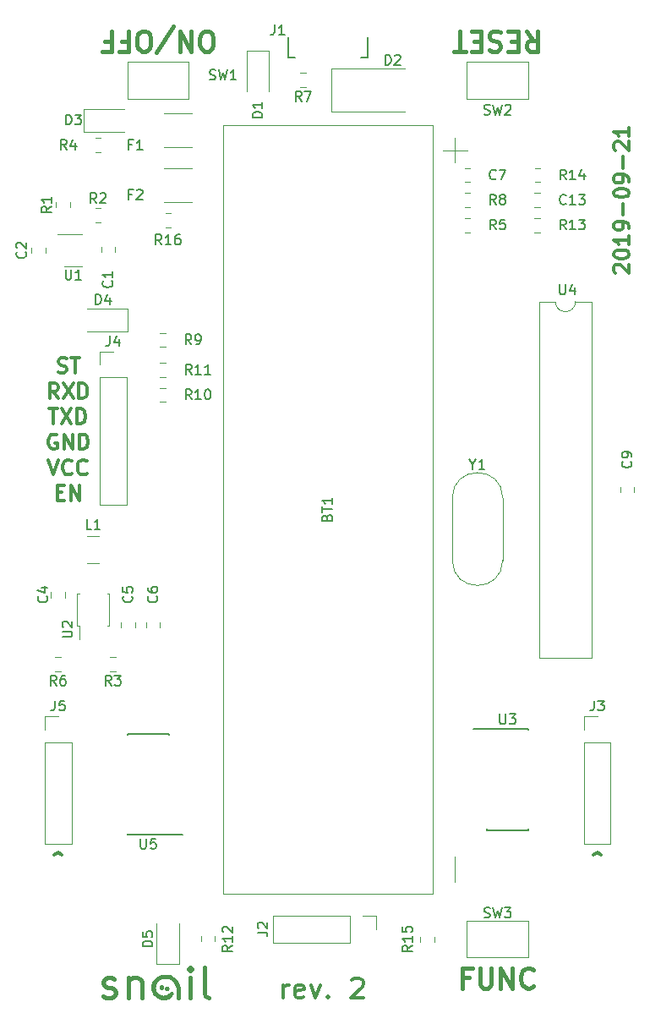
<source format=gto>
G04 #@! TF.GenerationSoftware,KiCad,Pcbnew,5.0.2-bee76a0~70~ubuntu18.04.1*
G04 #@! TF.CreationDate,2019-09-22T19:21:34+02:00*
G04 #@! TF.ProjectId,snail,736e6169-6c2e-46b6-9963-61645f706362,rev?*
G04 #@! TF.SameCoordinates,Original*
G04 #@! TF.FileFunction,Legend,Top*
G04 #@! TF.FilePolarity,Positive*
%FSLAX46Y46*%
G04 Gerber Fmt 4.6, Leading zero omitted, Abs format (unit mm)*
G04 Created by KiCad (PCBNEW 5.0.2-bee76a0~70~ubuntu18.04.1) date nie, 22 wrz 2019, 19:21:34*
%MOMM*%
%LPD*%
G01*
G04 APERTURE LIST*
%ADD10C,0.300000*%
%ADD11C,0.400000*%
%ADD12C,0.120000*%
%ADD13C,0.150000*%
%ADD14C,0.000400*%
%ADD15C,0.160000*%
G04 APERTURE END LIST*
D10*
X43000000Y-51232142D02*
X43214285Y-51303571D01*
X43571428Y-51303571D01*
X43714285Y-51232142D01*
X43785714Y-51160714D01*
X43857142Y-51017857D01*
X43857142Y-50875000D01*
X43785714Y-50732142D01*
X43714285Y-50660714D01*
X43571428Y-50589285D01*
X43285714Y-50517857D01*
X43142857Y-50446428D01*
X43071428Y-50375000D01*
X43000000Y-50232142D01*
X43000000Y-50089285D01*
X43071428Y-49946428D01*
X43142857Y-49875000D01*
X43285714Y-49803571D01*
X43642857Y-49803571D01*
X43857142Y-49875000D01*
X44285714Y-49803571D02*
X45142857Y-49803571D01*
X44714285Y-51303571D02*
X44714285Y-49803571D01*
X43000000Y-53853571D02*
X42500000Y-53139285D01*
X42142857Y-53853571D02*
X42142857Y-52353571D01*
X42714285Y-52353571D01*
X42857142Y-52425000D01*
X42928571Y-52496428D01*
X43000000Y-52639285D01*
X43000000Y-52853571D01*
X42928571Y-52996428D01*
X42857142Y-53067857D01*
X42714285Y-53139285D01*
X42142857Y-53139285D01*
X43500000Y-52353571D02*
X44500000Y-53853571D01*
X44500000Y-52353571D02*
X43500000Y-53853571D01*
X45071428Y-53853571D02*
X45071428Y-52353571D01*
X45428571Y-52353571D01*
X45642857Y-52425000D01*
X45785714Y-52567857D01*
X45857142Y-52710714D01*
X45928571Y-52996428D01*
X45928571Y-53210714D01*
X45857142Y-53496428D01*
X45785714Y-53639285D01*
X45642857Y-53782142D01*
X45428571Y-53853571D01*
X45071428Y-53853571D01*
X42107142Y-54903571D02*
X42964285Y-54903571D01*
X42535714Y-56403571D02*
X42535714Y-54903571D01*
X43321428Y-54903571D02*
X44321428Y-56403571D01*
X44321428Y-54903571D02*
X43321428Y-56403571D01*
X44892857Y-56403571D02*
X44892857Y-54903571D01*
X45250000Y-54903571D01*
X45464285Y-54975000D01*
X45607142Y-55117857D01*
X45678571Y-55260714D01*
X45750000Y-55546428D01*
X45750000Y-55760714D01*
X45678571Y-56046428D01*
X45607142Y-56189285D01*
X45464285Y-56332142D01*
X45250000Y-56403571D01*
X44892857Y-56403571D01*
X42857142Y-57525000D02*
X42714285Y-57453571D01*
X42500000Y-57453571D01*
X42285714Y-57525000D01*
X42142857Y-57667857D01*
X42071428Y-57810714D01*
X42000000Y-58096428D01*
X42000000Y-58310714D01*
X42071428Y-58596428D01*
X42142857Y-58739285D01*
X42285714Y-58882142D01*
X42500000Y-58953571D01*
X42642857Y-58953571D01*
X42857142Y-58882142D01*
X42928571Y-58810714D01*
X42928571Y-58310714D01*
X42642857Y-58310714D01*
X43571428Y-58953571D02*
X43571428Y-57453571D01*
X44428571Y-58953571D01*
X44428571Y-57453571D01*
X45142857Y-58953571D02*
X45142857Y-57453571D01*
X45500000Y-57453571D01*
X45714285Y-57525000D01*
X45857142Y-57667857D01*
X45928571Y-57810714D01*
X46000000Y-58096428D01*
X46000000Y-58310714D01*
X45928571Y-58596428D01*
X45857142Y-58739285D01*
X45714285Y-58882142D01*
X45500000Y-58953571D01*
X45142857Y-58953571D01*
X42000000Y-60003571D02*
X42500000Y-61503571D01*
X43000000Y-60003571D01*
X44357142Y-61360714D02*
X44285714Y-61432142D01*
X44071428Y-61503571D01*
X43928571Y-61503571D01*
X43714285Y-61432142D01*
X43571428Y-61289285D01*
X43500000Y-61146428D01*
X43428571Y-60860714D01*
X43428571Y-60646428D01*
X43500000Y-60360714D01*
X43571428Y-60217857D01*
X43714285Y-60075000D01*
X43928571Y-60003571D01*
X44071428Y-60003571D01*
X44285714Y-60075000D01*
X44357142Y-60146428D01*
X45857142Y-61360714D02*
X45785714Y-61432142D01*
X45571428Y-61503571D01*
X45428571Y-61503571D01*
X45214285Y-61432142D01*
X45071428Y-61289285D01*
X45000000Y-61146428D01*
X44928571Y-60860714D01*
X44928571Y-60646428D01*
X45000000Y-60360714D01*
X45071428Y-60217857D01*
X45214285Y-60075000D01*
X45428571Y-60003571D01*
X45571428Y-60003571D01*
X45785714Y-60075000D01*
X45857142Y-60146428D01*
X42892857Y-63267857D02*
X43392857Y-63267857D01*
X43607142Y-64053571D02*
X42892857Y-64053571D01*
X42892857Y-62553571D01*
X43607142Y-62553571D01*
X44250000Y-64053571D02*
X44250000Y-62553571D01*
X45107142Y-64053571D01*
X45107142Y-62553571D01*
X96619047Y-99595238D02*
X97000000Y-99309523D01*
X97380952Y-99595238D01*
X42619047Y-99595238D02*
X43000000Y-99309523D01*
X43380952Y-99595238D01*
X98821428Y-41285714D02*
X98750000Y-41214285D01*
X98678571Y-41071428D01*
X98678571Y-40714285D01*
X98750000Y-40571428D01*
X98821428Y-40500000D01*
X98964285Y-40428571D01*
X99107142Y-40428571D01*
X99321428Y-40500000D01*
X100178571Y-41357142D01*
X100178571Y-40428571D01*
X98678571Y-39500000D02*
X98678571Y-39357142D01*
X98750000Y-39214285D01*
X98821428Y-39142857D01*
X98964285Y-39071428D01*
X99250000Y-39000000D01*
X99607142Y-39000000D01*
X99892857Y-39071428D01*
X100035714Y-39142857D01*
X100107142Y-39214285D01*
X100178571Y-39357142D01*
X100178571Y-39500000D01*
X100107142Y-39642857D01*
X100035714Y-39714285D01*
X99892857Y-39785714D01*
X99607142Y-39857142D01*
X99250000Y-39857142D01*
X98964285Y-39785714D01*
X98821428Y-39714285D01*
X98750000Y-39642857D01*
X98678571Y-39500000D01*
X100178571Y-37571428D02*
X100178571Y-38428571D01*
X100178571Y-38000000D02*
X98678571Y-38000000D01*
X98892857Y-38142857D01*
X99035714Y-38285714D01*
X99107142Y-38428571D01*
X100178571Y-36857142D02*
X100178571Y-36571428D01*
X100107142Y-36428571D01*
X100035714Y-36357142D01*
X99821428Y-36214285D01*
X99535714Y-36142857D01*
X98964285Y-36142857D01*
X98821428Y-36214285D01*
X98750000Y-36285714D01*
X98678571Y-36428571D01*
X98678571Y-36714285D01*
X98750000Y-36857142D01*
X98821428Y-36928571D01*
X98964285Y-37000000D01*
X99321428Y-37000000D01*
X99464285Y-36928571D01*
X99535714Y-36857142D01*
X99607142Y-36714285D01*
X99607142Y-36428571D01*
X99535714Y-36285714D01*
X99464285Y-36214285D01*
X99321428Y-36142857D01*
X99607142Y-35500000D02*
X99607142Y-34357142D01*
X98678571Y-33357142D02*
X98678571Y-33214285D01*
X98750000Y-33071428D01*
X98821428Y-33000000D01*
X98964285Y-32928571D01*
X99250000Y-32857142D01*
X99607142Y-32857142D01*
X99892857Y-32928571D01*
X100035714Y-33000000D01*
X100107142Y-33071428D01*
X100178571Y-33214285D01*
X100178571Y-33357142D01*
X100107142Y-33500000D01*
X100035714Y-33571428D01*
X99892857Y-33642857D01*
X99607142Y-33714285D01*
X99250000Y-33714285D01*
X98964285Y-33642857D01*
X98821428Y-33571428D01*
X98750000Y-33500000D01*
X98678571Y-33357142D01*
X100178571Y-32142857D02*
X100178571Y-31857142D01*
X100107142Y-31714285D01*
X100035714Y-31642857D01*
X99821428Y-31500000D01*
X99535714Y-31428571D01*
X98964285Y-31428571D01*
X98821428Y-31500000D01*
X98750000Y-31571428D01*
X98678571Y-31714285D01*
X98678571Y-32000000D01*
X98750000Y-32142857D01*
X98821428Y-32214285D01*
X98964285Y-32285714D01*
X99321428Y-32285714D01*
X99464285Y-32214285D01*
X99535714Y-32142857D01*
X99607142Y-32000000D01*
X99607142Y-31714285D01*
X99535714Y-31571428D01*
X99464285Y-31500000D01*
X99321428Y-31428571D01*
X99607142Y-30785714D02*
X99607142Y-29642857D01*
X98821428Y-29000000D02*
X98750000Y-28928571D01*
X98678571Y-28785714D01*
X98678571Y-28428571D01*
X98750000Y-28285714D01*
X98821428Y-28214285D01*
X98964285Y-28142857D01*
X99107142Y-28142857D01*
X99321428Y-28214285D01*
X100178571Y-29071428D01*
X100178571Y-28142857D01*
X100178571Y-26714285D02*
X100178571Y-27571428D01*
X100178571Y-27142857D02*
X98678571Y-27142857D01*
X98892857Y-27285714D01*
X99035714Y-27428571D01*
X99107142Y-27571428D01*
X65547619Y-113904761D02*
X65547619Y-112571428D01*
X65547619Y-112952380D02*
X65642857Y-112761904D01*
X65738095Y-112666666D01*
X65928571Y-112571428D01*
X66119047Y-112571428D01*
X67547619Y-113809523D02*
X67357142Y-113904761D01*
X66976190Y-113904761D01*
X66785714Y-113809523D01*
X66690476Y-113619047D01*
X66690476Y-112857142D01*
X66785714Y-112666666D01*
X66976190Y-112571428D01*
X67357142Y-112571428D01*
X67547619Y-112666666D01*
X67642857Y-112857142D01*
X67642857Y-113047619D01*
X66690476Y-113238095D01*
X68309523Y-112571428D02*
X68785714Y-113904761D01*
X69261904Y-112571428D01*
X70023809Y-113714285D02*
X70119047Y-113809523D01*
X70023809Y-113904761D01*
X69928571Y-113809523D01*
X70023809Y-113714285D01*
X70023809Y-113904761D01*
X72404761Y-112095238D02*
X72500000Y-112000000D01*
X72690476Y-111904761D01*
X73166666Y-111904761D01*
X73357142Y-112000000D01*
X73452380Y-112095238D01*
X73547619Y-112285714D01*
X73547619Y-112476190D01*
X73452380Y-112761904D01*
X72309523Y-113904761D01*
X73547619Y-113904761D01*
D11*
X56214285Y-113857142D02*
X56214285Y-111857142D01*
X56214285Y-110857142D02*
X56071428Y-111000000D01*
X56214285Y-111142857D01*
X56357142Y-111000000D01*
X56214285Y-110857142D01*
X56214285Y-111142857D01*
X58071428Y-113857142D02*
X57785714Y-113714285D01*
X57642857Y-113428571D01*
X57642857Y-110857142D01*
X47500000Y-113714285D02*
X47785714Y-113857142D01*
X48357142Y-113857142D01*
X48642857Y-113714285D01*
X48785714Y-113428571D01*
X48785714Y-113285714D01*
X48642857Y-113000000D01*
X48357142Y-112857142D01*
X47928571Y-112857142D01*
X47642857Y-112714285D01*
X47500000Y-112428571D01*
X47500000Y-112285714D01*
X47642857Y-112000000D01*
X47928571Y-111857142D01*
X48357142Y-111857142D01*
X48642857Y-112000000D01*
X50071428Y-111857142D02*
X50071428Y-113857142D01*
X50071428Y-112142857D02*
X50214285Y-112000000D01*
X50500000Y-111857142D01*
X50928571Y-111857142D01*
X51214285Y-112000000D01*
X51357142Y-112285714D01*
X51357142Y-113857142D01*
X58047619Y-19095238D02*
X57666666Y-19095238D01*
X57476190Y-19000000D01*
X57285714Y-18809523D01*
X57190476Y-18428571D01*
X57190476Y-17761904D01*
X57285714Y-17380952D01*
X57476190Y-17190476D01*
X57666666Y-17095238D01*
X58047619Y-17095238D01*
X58238095Y-17190476D01*
X58428571Y-17380952D01*
X58523809Y-17761904D01*
X58523809Y-18428571D01*
X58428571Y-18809523D01*
X58238095Y-19000000D01*
X58047619Y-19095238D01*
X56333333Y-17095238D02*
X56333333Y-19095238D01*
X55190476Y-17095238D01*
X55190476Y-19095238D01*
X52809523Y-19190476D02*
X54523809Y-16619047D01*
X51761904Y-19095238D02*
X51380952Y-19095238D01*
X51190476Y-19000000D01*
X51000000Y-18809523D01*
X50904761Y-18428571D01*
X50904761Y-17761904D01*
X51000000Y-17380952D01*
X51190476Y-17190476D01*
X51380952Y-17095238D01*
X51761904Y-17095238D01*
X51952380Y-17190476D01*
X52142857Y-17380952D01*
X52238095Y-17761904D01*
X52238095Y-18428571D01*
X52142857Y-18809523D01*
X51952380Y-19000000D01*
X51761904Y-19095238D01*
X49380952Y-18142857D02*
X50047619Y-18142857D01*
X50047619Y-17095238D02*
X50047619Y-19095238D01*
X49095238Y-19095238D01*
X47666666Y-18142857D02*
X48333333Y-18142857D01*
X48333333Y-17095238D02*
X48333333Y-19095238D01*
X47380952Y-19095238D01*
X89904761Y-17095238D02*
X90571428Y-18047619D01*
X91047619Y-17095238D02*
X91047619Y-19095238D01*
X90285714Y-19095238D01*
X90095238Y-19000000D01*
X90000000Y-18904761D01*
X89904761Y-18714285D01*
X89904761Y-18428571D01*
X90000000Y-18238095D01*
X90095238Y-18142857D01*
X90285714Y-18047619D01*
X91047619Y-18047619D01*
X89047619Y-18142857D02*
X88380952Y-18142857D01*
X88095238Y-17095238D02*
X89047619Y-17095238D01*
X89047619Y-19095238D01*
X88095238Y-19095238D01*
X87333333Y-17190476D02*
X87047619Y-17095238D01*
X86571428Y-17095238D01*
X86380952Y-17190476D01*
X86285714Y-17285714D01*
X86190476Y-17476190D01*
X86190476Y-17666666D01*
X86285714Y-17857142D01*
X86380952Y-17952380D01*
X86571428Y-18047619D01*
X86952380Y-18142857D01*
X87142857Y-18238095D01*
X87238095Y-18333333D01*
X87333333Y-18523809D01*
X87333333Y-18714285D01*
X87238095Y-18904761D01*
X87142857Y-19000000D01*
X86952380Y-19095238D01*
X86476190Y-19095238D01*
X86190476Y-19000000D01*
X85333333Y-18142857D02*
X84666666Y-18142857D01*
X84380952Y-17095238D02*
X85333333Y-17095238D01*
X85333333Y-19095238D01*
X84380952Y-19095238D01*
X83809523Y-19095238D02*
X82666666Y-19095238D01*
X83238095Y-17095238D02*
X83238095Y-19095238D01*
X84190476Y-111857142D02*
X83523809Y-111857142D01*
X83523809Y-112904761D02*
X83523809Y-110904761D01*
X84476190Y-110904761D01*
X85238095Y-110904761D02*
X85238095Y-112523809D01*
X85333333Y-112714285D01*
X85428571Y-112809523D01*
X85619047Y-112904761D01*
X86000000Y-112904761D01*
X86190476Y-112809523D01*
X86285714Y-112714285D01*
X86380952Y-112523809D01*
X86380952Y-110904761D01*
X87333333Y-112904761D02*
X87333333Y-110904761D01*
X88476190Y-112904761D01*
X88476190Y-110904761D01*
X90571428Y-112714285D02*
X90476190Y-112809523D01*
X90190476Y-112904761D01*
X90000000Y-112904761D01*
X89714285Y-112809523D01*
X89523809Y-112619047D01*
X89428571Y-112428571D01*
X89333333Y-112047619D01*
X89333333Y-111761904D01*
X89428571Y-111380952D01*
X89523809Y-111190476D01*
X89714285Y-111000000D01*
X90000000Y-110904761D01*
X90190476Y-110904761D01*
X90476190Y-111000000D01*
X90571428Y-111095238D01*
D12*
G04 #@! TO.C,BT1*
X82750000Y-99750000D02*
X82750000Y-102250000D01*
X59500000Y-26500000D02*
X80500000Y-26500000D01*
X59500000Y-103500000D02*
X59500000Y-26500000D01*
X80500000Y-103500000D02*
X59500000Y-103500000D01*
X80500000Y-103500000D02*
X80500000Y-26500000D01*
X82750000Y-27750000D02*
X82750000Y-30250000D01*
X81500000Y-29000000D02*
X84000000Y-29000000D01*
G04 #@! TO.C,SW2*
X90060000Y-20150000D02*
X90060000Y-23850000D01*
X83940000Y-20150000D02*
X90060000Y-20150000D01*
X83940000Y-23850000D02*
X83940000Y-20150000D01*
X90060000Y-23850000D02*
X83940000Y-23850000D01*
G04 #@! TO.C,F2*
X53613748Y-34210000D02*
X56386252Y-34210000D01*
X53613748Y-30790000D02*
X56386252Y-30790000D01*
G04 #@! TO.C,C1*
X48710000Y-39236252D02*
X48710000Y-38713748D01*
X47290000Y-39236252D02*
X47290000Y-38713748D01*
G04 #@! TO.C,C4*
X42290000Y-73263748D02*
X42290000Y-73786252D01*
X43710000Y-73263748D02*
X43710000Y-73786252D01*
G04 #@! TO.C,C5*
X50710000Y-76786252D02*
X50710000Y-76263748D01*
X49290000Y-76786252D02*
X49290000Y-76263748D01*
G04 #@! TO.C,C6*
X53210000Y-76786252D02*
X53210000Y-76263748D01*
X51790000Y-76786252D02*
X51790000Y-76263748D01*
G04 #@! TO.C,C7*
X83713748Y-32210000D02*
X84236252Y-32210000D01*
X83713748Y-30790000D02*
X84236252Y-30790000D01*
G04 #@! TO.C,C9*
X99290000Y-62713748D02*
X99290000Y-63236252D01*
X100710000Y-62713748D02*
X100710000Y-63236252D01*
G04 #@! TO.C,C13*
X90713748Y-34710000D02*
X91236252Y-34710000D01*
X90713748Y-33290000D02*
X91236252Y-33290000D01*
G04 #@! TO.C,D1*
X61865000Y-19052500D02*
X61865000Y-23112500D01*
X64135000Y-19052500D02*
X61865000Y-19052500D01*
X64135000Y-23112500D02*
X64135000Y-19052500D01*
G04 #@! TO.C,D2*
X70400000Y-20850000D02*
X70400000Y-25150000D01*
X70400000Y-25150000D02*
X77700000Y-25150000D01*
X70400000Y-20850000D02*
X77700000Y-20850000D01*
G04 #@! TO.C,D3*
X45527500Y-27135000D02*
X49587500Y-27135000D01*
X45527500Y-24865000D02*
X45527500Y-27135000D01*
X49587500Y-24865000D02*
X45527500Y-24865000D01*
G04 #@! TO.C,D4*
X49947500Y-44865000D02*
X45887500Y-44865000D01*
X49947500Y-47135000D02*
X49947500Y-44865000D01*
X45887500Y-47135000D02*
X49947500Y-47135000D01*
G04 #@! TO.C,D5*
X55135000Y-110472500D02*
X55135000Y-106412500D01*
X52865000Y-110472500D02*
X55135000Y-110472500D01*
X52865000Y-106412500D02*
X52865000Y-110472500D01*
G04 #@! TO.C,F1*
X53613748Y-28710000D02*
X56386252Y-28710000D01*
X53613748Y-25290000D02*
X56386252Y-25290000D01*
G04 #@! TO.C,J2*
X74830000Y-105670000D02*
X74830000Y-107000000D01*
X73500000Y-105670000D02*
X74830000Y-105670000D01*
X72230000Y-105670000D02*
X72230000Y-108330000D01*
X72230000Y-108330000D02*
X64550000Y-108330000D01*
X72230000Y-105670000D02*
X64550000Y-105670000D01*
X64550000Y-105670000D02*
X64550000Y-108330000D01*
G04 #@! TO.C,J3*
X95670000Y-85670000D02*
X97000000Y-85670000D01*
X95670000Y-87000000D02*
X95670000Y-85670000D01*
X95670000Y-88270000D02*
X98330000Y-88270000D01*
X98330000Y-88270000D02*
X98330000Y-98490000D01*
X95670000Y-88270000D02*
X95670000Y-98490000D01*
X95670000Y-98490000D02*
X98330000Y-98490000D01*
G04 #@! TO.C,J4*
X47170000Y-49170000D02*
X48500000Y-49170000D01*
X47170000Y-50500000D02*
X47170000Y-49170000D01*
X47170000Y-51770000D02*
X49830000Y-51770000D01*
X49830000Y-51770000D02*
X49830000Y-64530000D01*
X47170000Y-51770000D02*
X47170000Y-64530000D01*
X47170000Y-64530000D02*
X49830000Y-64530000D01*
G04 #@! TO.C,J5*
X41670000Y-85670000D02*
X43000000Y-85670000D01*
X41670000Y-87000000D02*
X41670000Y-85670000D01*
X41670000Y-88270000D02*
X44330000Y-88270000D01*
X44330000Y-88270000D02*
X44330000Y-98490000D01*
X41670000Y-88270000D02*
X41670000Y-98490000D01*
X41670000Y-98490000D02*
X44330000Y-98490000D01*
G04 #@! TO.C,L1*
X47114564Y-67640000D02*
X45910436Y-67640000D01*
X47114564Y-70360000D02*
X45910436Y-70360000D01*
G04 #@! TO.C,R1*
X44210000Y-34736252D02*
X44210000Y-34213748D01*
X42790000Y-34736252D02*
X42790000Y-34213748D01*
G04 #@! TO.C,R2*
X46738748Y-36210000D02*
X47261252Y-36210000D01*
X46738748Y-34790000D02*
X47261252Y-34790000D01*
G04 #@! TO.C,R3*
X48736252Y-79790000D02*
X48213748Y-79790000D01*
X48736252Y-81210000D02*
X48213748Y-81210000D01*
G04 #@! TO.C,R4*
X47236252Y-27790000D02*
X46713748Y-27790000D01*
X47236252Y-29210000D02*
X46713748Y-29210000D01*
G04 #@! TO.C,R5*
X83713748Y-37210000D02*
X84236252Y-37210000D01*
X83713748Y-35790000D02*
X84236252Y-35790000D01*
G04 #@! TO.C,R6*
X43236252Y-79790000D02*
X42713748Y-79790000D01*
X43236252Y-81210000D02*
X42713748Y-81210000D01*
G04 #@! TO.C,R7*
X67786252Y-21290000D02*
X67263748Y-21290000D01*
X67786252Y-22710000D02*
X67263748Y-22710000D01*
G04 #@! TO.C,R8*
X84236252Y-33290000D02*
X83713748Y-33290000D01*
X84236252Y-34710000D02*
X83713748Y-34710000D01*
G04 #@! TO.C,R9*
X53736252Y-47290000D02*
X53213748Y-47290000D01*
X53736252Y-48710000D02*
X53213748Y-48710000D01*
G04 #@! TO.C,R10*
X53213748Y-54210000D02*
X53736252Y-54210000D01*
X53213748Y-52790000D02*
X53736252Y-52790000D01*
G04 #@! TO.C,R11*
X53736252Y-50290000D02*
X53213748Y-50290000D01*
X53736252Y-51710000D02*
X53213748Y-51710000D01*
G04 #@! TO.C,R12*
X57290000Y-107713748D02*
X57290000Y-108236252D01*
X58710000Y-107713748D02*
X58710000Y-108236252D01*
G04 #@! TO.C,R13*
X90713748Y-37210000D02*
X91236252Y-37210000D01*
X90713748Y-35790000D02*
X91236252Y-35790000D01*
G04 #@! TO.C,R14*
X90738748Y-32210000D02*
X91261252Y-32210000D01*
X90738748Y-30790000D02*
X91261252Y-30790000D01*
G04 #@! TO.C,R15*
X79290000Y-107738748D02*
X79290000Y-108261252D01*
X80710000Y-107738748D02*
X80710000Y-108261252D01*
G04 #@! TO.C,SW1*
X49940000Y-23850000D02*
X49940000Y-20150000D01*
X56060000Y-23850000D02*
X49940000Y-23850000D01*
X56060000Y-20150000D02*
X56060000Y-23850000D01*
X49940000Y-20150000D02*
X56060000Y-20150000D01*
G04 #@! TO.C,SW3*
X83940000Y-109850000D02*
X83940000Y-106150000D01*
X90060000Y-109850000D02*
X83940000Y-109850000D01*
X90060000Y-106150000D02*
X90060000Y-109850000D01*
X83940000Y-106150000D02*
X90060000Y-106150000D01*
G04 #@! TO.C,U1*
X45400000Y-37390000D02*
X42950000Y-37390000D01*
X43600000Y-40610000D02*
X45400000Y-40610000D01*
D13*
G04 #@! TO.C,U3*
X85925000Y-86950000D02*
X84550000Y-86950000D01*
X85925000Y-97075000D02*
X90075000Y-97075000D01*
X85925000Y-86925000D02*
X90075000Y-86925000D01*
X85925000Y-97075000D02*
X85925000Y-96970000D01*
X90075000Y-97075000D02*
X90075000Y-96970000D01*
X90075000Y-86925000D02*
X90075000Y-87030000D01*
X85925000Y-86925000D02*
X85925000Y-86950000D01*
D12*
G04 #@! TO.C,U4*
X96460000Y-44170000D02*
X94810000Y-44170000D01*
X96460000Y-79850000D02*
X96460000Y-44170000D01*
X91160000Y-79850000D02*
X96460000Y-79850000D01*
X91160000Y-44170000D02*
X91160000Y-79850000D01*
X92810000Y-44170000D02*
X91160000Y-44170000D01*
X94810000Y-44170000D02*
G75*
G02X92810000Y-44170000I-1000000J0D01*
G01*
D13*
G04 #@! TO.C,U5*
X54075000Y-97550000D02*
X55450000Y-97550000D01*
X54075000Y-87425000D02*
X49925000Y-87425000D01*
X54075000Y-97575000D02*
X49925000Y-97575000D01*
X54075000Y-87425000D02*
X54075000Y-87530000D01*
X49925000Y-87425000D02*
X49925000Y-87530000D01*
X49925000Y-97575000D02*
X49925000Y-97470000D01*
X54075000Y-97575000D02*
X54075000Y-97550000D01*
D12*
G04 #@! TO.C,Y1*
X82475000Y-70065000D02*
G75*
G03X87525000Y-70065000I2525000J0D01*
G01*
X82475000Y-63815000D02*
G75*
G02X87525000Y-63815000I2525000J0D01*
G01*
X82475000Y-63815000D02*
X82475000Y-70065000D01*
X87525000Y-63815000D02*
X87525000Y-70065000D01*
G04 #@! TO.C,U2*
X48110000Y-73390000D02*
X47910000Y-73390000D01*
X44890000Y-73390000D02*
X45090000Y-73390000D01*
X45090000Y-76610000D02*
X45090000Y-78000000D01*
X44890000Y-76610000D02*
X45090000Y-76610000D01*
X44890000Y-76610000D02*
X44890000Y-73390000D01*
X48110000Y-76610000D02*
X47910000Y-76610000D01*
X48110000Y-76610000D02*
X48110000Y-73390000D01*
D13*
G04 #@! TO.C,J1*
X74000000Y-19700000D02*
X74000000Y-17700000D01*
X74000000Y-19700000D02*
X73300000Y-19700000D01*
X66000000Y-19700000D02*
X66700000Y-19700000D01*
X66000000Y-19700000D02*
X66000000Y-17700000D01*
D12*
G04 #@! TO.C,C2*
X40290000Y-39286252D02*
X40290000Y-38763748D01*
X41710000Y-39286252D02*
X41710000Y-38763748D01*
G04 #@! TO.C,R16*
X54286252Y-36710000D02*
X53763748Y-36710000D01*
X54286252Y-35290000D02*
X53763748Y-35290000D01*
D14*
G04 #@! TO.C,G\002A\002A\002A*
G36*
X53435017Y-112636259D02*
X53479569Y-112673354D01*
X53525206Y-112728396D01*
X53544128Y-112780986D01*
X53546000Y-112809815D01*
X53528521Y-112885372D01*
X53482371Y-112948601D01*
X53416978Y-112993181D01*
X53341770Y-113012796D01*
X53266175Y-113001128D01*
X53262692Y-112999670D01*
X53193485Y-112950507D01*
X53154286Y-112877047D01*
X53145462Y-112808423D01*
X53150550Y-112746271D01*
X53171781Y-112702266D01*
X53209270Y-112663936D01*
X53285106Y-112615654D01*
X53360508Y-112606434D01*
X53435017Y-112636259D01*
X53435017Y-112636259D01*
G37*
X53435017Y-112636259D02*
X53479569Y-112673354D01*
X53525206Y-112728396D01*
X53544128Y-112780986D01*
X53546000Y-112809815D01*
X53528521Y-112885372D01*
X53482371Y-112948601D01*
X53416978Y-112993181D01*
X53341770Y-113012796D01*
X53266175Y-113001128D01*
X53262692Y-112999670D01*
X53193485Y-112950507D01*
X53154286Y-112877047D01*
X53145462Y-112808423D01*
X53150550Y-112746271D01*
X53171781Y-112702266D01*
X53209270Y-112663936D01*
X53285106Y-112615654D01*
X53360508Y-112606434D01*
X53435017Y-112636259D01*
G36*
X53955759Y-112768779D02*
X54019695Y-112813288D01*
X54055980Y-112884820D01*
X54063769Y-112950893D01*
X54058990Y-113013209D01*
X54038885Y-113056829D01*
X53999961Y-113096987D01*
X53924125Y-113145269D01*
X53848723Y-113154489D01*
X53774214Y-113124664D01*
X53729662Y-113087569D01*
X53676168Y-113013825D01*
X53661711Y-112938910D01*
X53686304Y-112863282D01*
X53720243Y-112817270D01*
X53764065Y-112775692D01*
X53808554Y-112757315D01*
X53866338Y-112753462D01*
X53955759Y-112768779D01*
X53955759Y-112768779D01*
G37*
X53955759Y-112768779D02*
X54019695Y-112813288D01*
X54055980Y-112884820D01*
X54063769Y-112950893D01*
X54058990Y-113013209D01*
X54038885Y-113056829D01*
X53999961Y-113096987D01*
X53924125Y-113145269D01*
X53848723Y-113154489D01*
X53774214Y-113124664D01*
X53729662Y-113087569D01*
X53676168Y-113013825D01*
X53661711Y-112938910D01*
X53686304Y-112863282D01*
X53720243Y-112817270D01*
X53764065Y-112775692D01*
X53808554Y-112757315D01*
X53866338Y-112753462D01*
X53955759Y-112768779D01*
G36*
X53951478Y-111567188D02*
X54027846Y-111580877D01*
X54180808Y-111624828D01*
X54338895Y-111688019D01*
X54484605Y-111762960D01*
X54550269Y-111804497D01*
X54712490Y-111938343D01*
X54858294Y-112103175D01*
X54983606Y-112292900D01*
X55084349Y-112501427D01*
X55151342Y-112702791D01*
X55163664Y-112754704D01*
X55173471Y-112810169D01*
X55181173Y-112874911D01*
X55187181Y-112954650D01*
X55191905Y-113055110D01*
X55195756Y-113182013D01*
X55199144Y-113341081D01*
X55199828Y-113378692D01*
X55202556Y-113547854D01*
X55203613Y-113682386D01*
X55202339Y-113786721D01*
X55198077Y-113865292D01*
X55190167Y-113922533D01*
X55177950Y-113962877D01*
X55160767Y-113990759D01*
X55137959Y-114010610D01*
X55108867Y-114026865D01*
X55103066Y-114029678D01*
X55046752Y-114045360D01*
X54986250Y-114034608D01*
X54953309Y-114022602D01*
X54926957Y-114007861D01*
X54906353Y-113986143D01*
X54890655Y-113953210D01*
X54879021Y-113904819D01*
X54870611Y-113836732D01*
X54864583Y-113744707D01*
X54860094Y-113624504D01*
X54856305Y-113471882D01*
X54854138Y-113368923D01*
X54850554Y-113204145D01*
X54847048Y-113073145D01*
X54843190Y-112970627D01*
X54838548Y-112891298D01*
X54832690Y-112829860D01*
X54825184Y-112781020D01*
X54815600Y-112739481D01*
X54803505Y-112699949D01*
X54798415Y-112685077D01*
X54709512Y-112485020D01*
X54592148Y-112310000D01*
X54448685Y-112162118D01*
X54281483Y-112043473D01*
X54092904Y-111956166D01*
X53927000Y-111910043D01*
X53735856Y-111890594D01*
X53544841Y-111908063D01*
X53359291Y-111960642D01*
X53184541Y-112046520D01*
X53025928Y-112163888D01*
X52946166Y-112242669D01*
X52833083Y-112391517D01*
X52754745Y-112548686D01*
X52709919Y-112710075D01*
X52697374Y-112871583D01*
X52715878Y-113029110D01*
X52764198Y-113178554D01*
X52841101Y-113315814D01*
X52945357Y-113436791D01*
X53075731Y-113537382D01*
X53230993Y-113613487D01*
X53370102Y-113653532D01*
X53536373Y-113669776D01*
X53699616Y-113648172D01*
X53860871Y-113588381D01*
X54021181Y-113490065D01*
X54119665Y-113410401D01*
X54184125Y-113356720D01*
X54243089Y-113313268D01*
X54286891Y-113286971D01*
X54297572Y-113282911D01*
X54371244Y-113281910D01*
X54434084Y-113312381D01*
X54478616Y-113366864D01*
X54497360Y-113437896D01*
X54494367Y-113479248D01*
X54480111Y-113521575D01*
X54449741Y-113569564D01*
X54398414Y-113629688D01*
X54327309Y-113702481D01*
X54158345Y-113845775D01*
X53979891Y-113951247D01*
X53792129Y-114018832D01*
X53595242Y-114048466D01*
X53389411Y-114040083D01*
X53379923Y-114038808D01*
X53167834Y-113991397D01*
X52972916Y-113911448D01*
X52798524Y-113801299D01*
X52648010Y-113663284D01*
X52524726Y-113499741D01*
X52473319Y-113407060D01*
X52393235Y-113203868D01*
X52350032Y-112997436D01*
X52342118Y-112791372D01*
X52367902Y-112589287D01*
X52425793Y-112394792D01*
X52514201Y-112211496D01*
X52631533Y-112043010D01*
X52776198Y-111892944D01*
X52946606Y-111764907D01*
X53141166Y-111662511D01*
X53262280Y-111616995D01*
X53419363Y-111578945D01*
X53596818Y-111557478D01*
X53779304Y-111553318D01*
X53951478Y-111567188D01*
X53951478Y-111567188D01*
G37*
X53951478Y-111567188D02*
X54027846Y-111580877D01*
X54180808Y-111624828D01*
X54338895Y-111688019D01*
X54484605Y-111762960D01*
X54550269Y-111804497D01*
X54712490Y-111938343D01*
X54858294Y-112103175D01*
X54983606Y-112292900D01*
X55084349Y-112501427D01*
X55151342Y-112702791D01*
X55163664Y-112754704D01*
X55173471Y-112810169D01*
X55181173Y-112874911D01*
X55187181Y-112954650D01*
X55191905Y-113055110D01*
X55195756Y-113182013D01*
X55199144Y-113341081D01*
X55199828Y-113378692D01*
X55202556Y-113547854D01*
X55203613Y-113682386D01*
X55202339Y-113786721D01*
X55198077Y-113865292D01*
X55190167Y-113922533D01*
X55177950Y-113962877D01*
X55160767Y-113990759D01*
X55137959Y-114010610D01*
X55108867Y-114026865D01*
X55103066Y-114029678D01*
X55046752Y-114045360D01*
X54986250Y-114034608D01*
X54953309Y-114022602D01*
X54926957Y-114007861D01*
X54906353Y-113986143D01*
X54890655Y-113953210D01*
X54879021Y-113904819D01*
X54870611Y-113836732D01*
X54864583Y-113744707D01*
X54860094Y-113624504D01*
X54856305Y-113471882D01*
X54854138Y-113368923D01*
X54850554Y-113204145D01*
X54847048Y-113073145D01*
X54843190Y-112970627D01*
X54838548Y-112891298D01*
X54832690Y-112829860D01*
X54825184Y-112781020D01*
X54815600Y-112739481D01*
X54803505Y-112699949D01*
X54798415Y-112685077D01*
X54709512Y-112485020D01*
X54592148Y-112310000D01*
X54448685Y-112162118D01*
X54281483Y-112043473D01*
X54092904Y-111956166D01*
X53927000Y-111910043D01*
X53735856Y-111890594D01*
X53544841Y-111908063D01*
X53359291Y-111960642D01*
X53184541Y-112046520D01*
X53025928Y-112163888D01*
X52946166Y-112242669D01*
X52833083Y-112391517D01*
X52754745Y-112548686D01*
X52709919Y-112710075D01*
X52697374Y-112871583D01*
X52715878Y-113029110D01*
X52764198Y-113178554D01*
X52841101Y-113315814D01*
X52945357Y-113436791D01*
X53075731Y-113537382D01*
X53230993Y-113613487D01*
X53370102Y-113653532D01*
X53536373Y-113669776D01*
X53699616Y-113648172D01*
X53860871Y-113588381D01*
X54021181Y-113490065D01*
X54119665Y-113410401D01*
X54184125Y-113356720D01*
X54243089Y-113313268D01*
X54286891Y-113286971D01*
X54297572Y-113282911D01*
X54371244Y-113281910D01*
X54434084Y-113312381D01*
X54478616Y-113366864D01*
X54497360Y-113437896D01*
X54494367Y-113479248D01*
X54480111Y-113521575D01*
X54449741Y-113569564D01*
X54398414Y-113629688D01*
X54327309Y-113702481D01*
X54158345Y-113845775D01*
X53979891Y-113951247D01*
X53792129Y-114018832D01*
X53595242Y-114048466D01*
X53389411Y-114040083D01*
X53379923Y-114038808D01*
X53167834Y-113991397D01*
X52972916Y-113911448D01*
X52798524Y-113801299D01*
X52648010Y-113663284D01*
X52524726Y-113499741D01*
X52473319Y-113407060D01*
X52393235Y-113203868D01*
X52350032Y-112997436D01*
X52342118Y-112791372D01*
X52367902Y-112589287D01*
X52425793Y-112394792D01*
X52514201Y-112211496D01*
X52631533Y-112043010D01*
X52776198Y-111892944D01*
X52946606Y-111764907D01*
X53141166Y-111662511D01*
X53262280Y-111616995D01*
X53419363Y-111578945D01*
X53596818Y-111557478D01*
X53779304Y-111553318D01*
X53951478Y-111567188D01*
G04 #@! TO.C,BT1*
D15*
X69928571Y-65785714D02*
X69976190Y-65642857D01*
X70023809Y-65595238D01*
X70119047Y-65547619D01*
X70261904Y-65547619D01*
X70357142Y-65595238D01*
X70404761Y-65642857D01*
X70452380Y-65738095D01*
X70452380Y-66119047D01*
X69452380Y-66119047D01*
X69452380Y-65785714D01*
X69500000Y-65690476D01*
X69547619Y-65642857D01*
X69642857Y-65595238D01*
X69738095Y-65595238D01*
X69833333Y-65642857D01*
X69880952Y-65690476D01*
X69928571Y-65785714D01*
X69928571Y-66119047D01*
X69452380Y-65261904D02*
X69452380Y-64690476D01*
X70452380Y-64976190D02*
X69452380Y-64976190D01*
X70452380Y-63833333D02*
X70452380Y-64404761D01*
X70452380Y-64119047D02*
X69452380Y-64119047D01*
X69595238Y-64214285D01*
X69690476Y-64309523D01*
X69738095Y-64404761D01*
G04 #@! TO.C,SW2*
X85666666Y-25404761D02*
X85809523Y-25452380D01*
X86047619Y-25452380D01*
X86142857Y-25404761D01*
X86190476Y-25357142D01*
X86238095Y-25261904D01*
X86238095Y-25166666D01*
X86190476Y-25071428D01*
X86142857Y-25023809D01*
X86047619Y-24976190D01*
X85857142Y-24928571D01*
X85761904Y-24880952D01*
X85714285Y-24833333D01*
X85666666Y-24738095D01*
X85666666Y-24642857D01*
X85714285Y-24547619D01*
X85761904Y-24500000D01*
X85857142Y-24452380D01*
X86095238Y-24452380D01*
X86238095Y-24500000D01*
X86571428Y-24452380D02*
X86809523Y-25452380D01*
X87000000Y-24738095D01*
X87190476Y-25452380D01*
X87428571Y-24452380D01*
X87761904Y-24547619D02*
X87809523Y-24500000D01*
X87904761Y-24452380D01*
X88142857Y-24452380D01*
X88238095Y-24500000D01*
X88285714Y-24547619D01*
X88333333Y-24642857D01*
X88333333Y-24738095D01*
X88285714Y-24880952D01*
X87714285Y-25452380D01*
X88333333Y-25452380D01*
G04 #@! TO.C,F2*
X50391666Y-33428571D02*
X50058333Y-33428571D01*
X50058333Y-33952380D02*
X50058333Y-32952380D01*
X50534523Y-32952380D01*
X50867857Y-33047619D02*
X50915476Y-33000000D01*
X51010714Y-32952380D01*
X51248809Y-32952380D01*
X51344047Y-33000000D01*
X51391666Y-33047619D01*
X51439285Y-33142857D01*
X51439285Y-33238095D01*
X51391666Y-33380952D01*
X50820238Y-33952380D01*
X51439285Y-33952380D01*
G04 #@! TO.C,C1*
X48357142Y-42116666D02*
X48404761Y-42164285D01*
X48452380Y-42307142D01*
X48452380Y-42402380D01*
X48404761Y-42545238D01*
X48309523Y-42640476D01*
X48214285Y-42688095D01*
X48023809Y-42735714D01*
X47880952Y-42735714D01*
X47690476Y-42688095D01*
X47595238Y-42640476D01*
X47500000Y-42545238D01*
X47452380Y-42402380D01*
X47452380Y-42307142D01*
X47500000Y-42164285D01*
X47547619Y-42116666D01*
X48452380Y-41164285D02*
X48452380Y-41735714D01*
X48452380Y-41450000D02*
X47452380Y-41450000D01*
X47595238Y-41545238D01*
X47690476Y-41640476D01*
X47738095Y-41735714D01*
G04 #@! TO.C,C4*
X41857142Y-73666666D02*
X41904761Y-73714285D01*
X41952380Y-73857142D01*
X41952380Y-73952380D01*
X41904761Y-74095238D01*
X41809523Y-74190476D01*
X41714285Y-74238095D01*
X41523809Y-74285714D01*
X41380952Y-74285714D01*
X41190476Y-74238095D01*
X41095238Y-74190476D01*
X41000000Y-74095238D01*
X40952380Y-73952380D01*
X40952380Y-73857142D01*
X41000000Y-73714285D01*
X41047619Y-73666666D01*
X41285714Y-72809523D02*
X41952380Y-72809523D01*
X40904761Y-73047619D02*
X41619047Y-73285714D01*
X41619047Y-72666666D01*
G04 #@! TO.C,C5*
X50357142Y-73666666D02*
X50404761Y-73714285D01*
X50452380Y-73857142D01*
X50452380Y-73952380D01*
X50404761Y-74095238D01*
X50309523Y-74190476D01*
X50214285Y-74238095D01*
X50023809Y-74285714D01*
X49880952Y-74285714D01*
X49690476Y-74238095D01*
X49595238Y-74190476D01*
X49500000Y-74095238D01*
X49452380Y-73952380D01*
X49452380Y-73857142D01*
X49500000Y-73714285D01*
X49547619Y-73666666D01*
X49452380Y-72761904D02*
X49452380Y-73238095D01*
X49928571Y-73285714D01*
X49880952Y-73238095D01*
X49833333Y-73142857D01*
X49833333Y-72904761D01*
X49880952Y-72809523D01*
X49928571Y-72761904D01*
X50023809Y-72714285D01*
X50261904Y-72714285D01*
X50357142Y-72761904D01*
X50404761Y-72809523D01*
X50452380Y-72904761D01*
X50452380Y-73142857D01*
X50404761Y-73238095D01*
X50357142Y-73285714D01*
G04 #@! TO.C,C6*
X52857142Y-73666666D02*
X52904761Y-73714285D01*
X52952380Y-73857142D01*
X52952380Y-73952380D01*
X52904761Y-74095238D01*
X52809523Y-74190476D01*
X52714285Y-74238095D01*
X52523809Y-74285714D01*
X52380952Y-74285714D01*
X52190476Y-74238095D01*
X52095238Y-74190476D01*
X52000000Y-74095238D01*
X51952380Y-73952380D01*
X51952380Y-73857142D01*
X52000000Y-73714285D01*
X52047619Y-73666666D01*
X51952380Y-72809523D02*
X51952380Y-73000000D01*
X52000000Y-73095238D01*
X52047619Y-73142857D01*
X52190476Y-73238095D01*
X52380952Y-73285714D01*
X52761904Y-73285714D01*
X52857142Y-73238095D01*
X52904761Y-73190476D01*
X52952380Y-73095238D01*
X52952380Y-72904761D01*
X52904761Y-72809523D01*
X52857142Y-72761904D01*
X52761904Y-72714285D01*
X52523809Y-72714285D01*
X52428571Y-72761904D01*
X52380952Y-72809523D01*
X52333333Y-72904761D01*
X52333333Y-73095238D01*
X52380952Y-73190476D01*
X52428571Y-73238095D01*
X52523809Y-73285714D01*
G04 #@! TO.C,C7*
X86833333Y-31857142D02*
X86785714Y-31904761D01*
X86642857Y-31952380D01*
X86547619Y-31952380D01*
X86404761Y-31904761D01*
X86309523Y-31809523D01*
X86261904Y-31714285D01*
X86214285Y-31523809D01*
X86214285Y-31380952D01*
X86261904Y-31190476D01*
X86309523Y-31095238D01*
X86404761Y-31000000D01*
X86547619Y-30952380D01*
X86642857Y-30952380D01*
X86785714Y-31000000D01*
X86833333Y-31047619D01*
X87166666Y-30952380D02*
X87833333Y-30952380D01*
X87404761Y-31952380D01*
G04 #@! TO.C,C9*
X100357142Y-60166666D02*
X100404761Y-60214285D01*
X100452380Y-60357142D01*
X100452380Y-60452380D01*
X100404761Y-60595238D01*
X100309523Y-60690476D01*
X100214285Y-60738095D01*
X100023809Y-60785714D01*
X99880952Y-60785714D01*
X99690476Y-60738095D01*
X99595238Y-60690476D01*
X99500000Y-60595238D01*
X99452380Y-60452380D01*
X99452380Y-60357142D01*
X99500000Y-60214285D01*
X99547619Y-60166666D01*
X100452380Y-59690476D02*
X100452380Y-59500000D01*
X100404761Y-59404761D01*
X100357142Y-59357142D01*
X100214285Y-59261904D01*
X100023809Y-59214285D01*
X99642857Y-59214285D01*
X99547619Y-59261904D01*
X99500000Y-59309523D01*
X99452380Y-59404761D01*
X99452380Y-59595238D01*
X99500000Y-59690476D01*
X99547619Y-59738095D01*
X99642857Y-59785714D01*
X99880952Y-59785714D01*
X99976190Y-59738095D01*
X100023809Y-59690476D01*
X100071428Y-59595238D01*
X100071428Y-59404761D01*
X100023809Y-59309523D01*
X99976190Y-59261904D01*
X99880952Y-59214285D01*
G04 #@! TO.C,C13*
X93857142Y-34357142D02*
X93809523Y-34404761D01*
X93666666Y-34452380D01*
X93571428Y-34452380D01*
X93428571Y-34404761D01*
X93333333Y-34309523D01*
X93285714Y-34214285D01*
X93238095Y-34023809D01*
X93238095Y-33880952D01*
X93285714Y-33690476D01*
X93333333Y-33595238D01*
X93428571Y-33500000D01*
X93571428Y-33452380D01*
X93666666Y-33452380D01*
X93809523Y-33500000D01*
X93857142Y-33547619D01*
X94809523Y-34452380D02*
X94238095Y-34452380D01*
X94523809Y-34452380D02*
X94523809Y-33452380D01*
X94428571Y-33595238D01*
X94333333Y-33690476D01*
X94238095Y-33738095D01*
X95142857Y-33452380D02*
X95761904Y-33452380D01*
X95428571Y-33833333D01*
X95571428Y-33833333D01*
X95666666Y-33880952D01*
X95714285Y-33928571D01*
X95761904Y-34023809D01*
X95761904Y-34261904D01*
X95714285Y-34357142D01*
X95666666Y-34404761D01*
X95571428Y-34452380D01*
X95285714Y-34452380D01*
X95190476Y-34404761D01*
X95142857Y-34357142D01*
G04 #@! TO.C,D1*
X63452380Y-25738095D02*
X62452380Y-25738095D01*
X62452380Y-25500000D01*
X62500000Y-25357142D01*
X62595238Y-25261904D01*
X62690476Y-25214285D01*
X62880952Y-25166666D01*
X63023809Y-25166666D01*
X63214285Y-25214285D01*
X63309523Y-25261904D01*
X63404761Y-25357142D01*
X63452380Y-25500000D01*
X63452380Y-25738095D01*
X63452380Y-24214285D02*
X63452380Y-24785714D01*
X63452380Y-24500000D02*
X62452380Y-24500000D01*
X62595238Y-24595238D01*
X62690476Y-24690476D01*
X62738095Y-24785714D01*
G04 #@! TO.C,D2*
X75761904Y-20452380D02*
X75761904Y-19452380D01*
X76000000Y-19452380D01*
X76142857Y-19500000D01*
X76238095Y-19595238D01*
X76285714Y-19690476D01*
X76333333Y-19880952D01*
X76333333Y-20023809D01*
X76285714Y-20214285D01*
X76238095Y-20309523D01*
X76142857Y-20404761D01*
X76000000Y-20452380D01*
X75761904Y-20452380D01*
X76714285Y-19547619D02*
X76761904Y-19500000D01*
X76857142Y-19452380D01*
X77095238Y-19452380D01*
X77190476Y-19500000D01*
X77238095Y-19547619D01*
X77285714Y-19642857D01*
X77285714Y-19738095D01*
X77238095Y-19880952D01*
X76666666Y-20452380D01*
X77285714Y-20452380D01*
G04 #@! TO.C,D3*
X43761904Y-26452380D02*
X43761904Y-25452380D01*
X44000000Y-25452380D01*
X44142857Y-25500000D01*
X44238095Y-25595238D01*
X44285714Y-25690476D01*
X44333333Y-25880952D01*
X44333333Y-26023809D01*
X44285714Y-26214285D01*
X44238095Y-26309523D01*
X44142857Y-26404761D01*
X44000000Y-26452380D01*
X43761904Y-26452380D01*
X44666666Y-25452380D02*
X45285714Y-25452380D01*
X44952380Y-25833333D01*
X45095238Y-25833333D01*
X45190476Y-25880952D01*
X45238095Y-25928571D01*
X45285714Y-26023809D01*
X45285714Y-26261904D01*
X45238095Y-26357142D01*
X45190476Y-26404761D01*
X45095238Y-26452380D01*
X44809523Y-26452380D01*
X44714285Y-26404761D01*
X44666666Y-26357142D01*
G04 #@! TO.C,D4*
X46749404Y-44452380D02*
X46749404Y-43452380D01*
X46987500Y-43452380D01*
X47130357Y-43500000D01*
X47225595Y-43595238D01*
X47273214Y-43690476D01*
X47320833Y-43880952D01*
X47320833Y-44023809D01*
X47273214Y-44214285D01*
X47225595Y-44309523D01*
X47130357Y-44404761D01*
X46987500Y-44452380D01*
X46749404Y-44452380D01*
X48177976Y-43785714D02*
X48177976Y-44452380D01*
X47939880Y-43404761D02*
X47701785Y-44119047D01*
X48320833Y-44119047D01*
G04 #@! TO.C,D5*
X52452380Y-108738095D02*
X51452380Y-108738095D01*
X51452380Y-108500000D01*
X51500000Y-108357142D01*
X51595238Y-108261904D01*
X51690476Y-108214285D01*
X51880952Y-108166666D01*
X52023809Y-108166666D01*
X52214285Y-108214285D01*
X52309523Y-108261904D01*
X52404761Y-108357142D01*
X52452380Y-108500000D01*
X52452380Y-108738095D01*
X51452380Y-107261904D02*
X51452380Y-107738095D01*
X51928571Y-107785714D01*
X51880952Y-107738095D01*
X51833333Y-107642857D01*
X51833333Y-107404761D01*
X51880952Y-107309523D01*
X51928571Y-107261904D01*
X52023809Y-107214285D01*
X52261904Y-107214285D01*
X52357142Y-107261904D01*
X52404761Y-107309523D01*
X52452380Y-107404761D01*
X52452380Y-107642857D01*
X52404761Y-107738095D01*
X52357142Y-107785714D01*
G04 #@! TO.C,F1*
X50391666Y-28428571D02*
X50058333Y-28428571D01*
X50058333Y-28952380D02*
X50058333Y-27952380D01*
X50534523Y-27952380D01*
X51439285Y-28952380D02*
X50867857Y-28952380D01*
X51153571Y-28952380D02*
X51153571Y-27952380D01*
X51058333Y-28095238D01*
X50963095Y-28190476D01*
X50867857Y-28238095D01*
G04 #@! TO.C,J2*
X62952380Y-107333333D02*
X63666666Y-107333333D01*
X63809523Y-107380952D01*
X63904761Y-107476190D01*
X63952380Y-107619047D01*
X63952380Y-107714285D01*
X63047619Y-106904761D02*
X63000000Y-106857142D01*
X62952380Y-106761904D01*
X62952380Y-106523809D01*
X63000000Y-106428571D01*
X63047619Y-106380952D01*
X63142857Y-106333333D01*
X63238095Y-106333333D01*
X63380952Y-106380952D01*
X63952380Y-106952380D01*
X63952380Y-106333333D01*
G04 #@! TO.C,J3*
X96666666Y-84122380D02*
X96666666Y-84836666D01*
X96619047Y-84979523D01*
X96523809Y-85074761D01*
X96380952Y-85122380D01*
X96285714Y-85122380D01*
X97047619Y-84122380D02*
X97666666Y-84122380D01*
X97333333Y-84503333D01*
X97476190Y-84503333D01*
X97571428Y-84550952D01*
X97619047Y-84598571D01*
X97666666Y-84693809D01*
X97666666Y-84931904D01*
X97619047Y-85027142D01*
X97571428Y-85074761D01*
X97476190Y-85122380D01*
X97190476Y-85122380D01*
X97095238Y-85074761D01*
X97047619Y-85027142D01*
G04 #@! TO.C,J4*
X48166666Y-47622380D02*
X48166666Y-48336666D01*
X48119047Y-48479523D01*
X48023809Y-48574761D01*
X47880952Y-48622380D01*
X47785714Y-48622380D01*
X49071428Y-47955714D02*
X49071428Y-48622380D01*
X48833333Y-47574761D02*
X48595238Y-48289047D01*
X49214285Y-48289047D01*
G04 #@! TO.C,J5*
X42666666Y-84122380D02*
X42666666Y-84836666D01*
X42619047Y-84979523D01*
X42523809Y-85074761D01*
X42380952Y-85122380D01*
X42285714Y-85122380D01*
X43619047Y-84122380D02*
X43142857Y-84122380D01*
X43095238Y-84598571D01*
X43142857Y-84550952D01*
X43238095Y-84503333D01*
X43476190Y-84503333D01*
X43571428Y-84550952D01*
X43619047Y-84598571D01*
X43666666Y-84693809D01*
X43666666Y-84931904D01*
X43619047Y-85027142D01*
X43571428Y-85074761D01*
X43476190Y-85122380D01*
X43238095Y-85122380D01*
X43142857Y-85074761D01*
X43095238Y-85027142D01*
G04 #@! TO.C,L1*
X46333333Y-66952380D02*
X45857142Y-66952380D01*
X45857142Y-65952380D01*
X47190476Y-66952380D02*
X46619047Y-66952380D01*
X46904761Y-66952380D02*
X46904761Y-65952380D01*
X46809523Y-66095238D01*
X46714285Y-66190476D01*
X46619047Y-66238095D01*
G04 #@! TO.C,R1*
X42302380Y-34641666D02*
X41826190Y-34975000D01*
X42302380Y-35213095D02*
X41302380Y-35213095D01*
X41302380Y-34832142D01*
X41350000Y-34736904D01*
X41397619Y-34689285D01*
X41492857Y-34641666D01*
X41635714Y-34641666D01*
X41730952Y-34689285D01*
X41778571Y-34736904D01*
X41826190Y-34832142D01*
X41826190Y-35213095D01*
X42302380Y-33689285D02*
X42302380Y-34260714D01*
X42302380Y-33975000D02*
X41302380Y-33975000D01*
X41445238Y-34070238D01*
X41540476Y-34165476D01*
X41588095Y-34260714D01*
G04 #@! TO.C,R2*
X46833333Y-34302380D02*
X46500000Y-33826190D01*
X46261904Y-34302380D02*
X46261904Y-33302380D01*
X46642857Y-33302380D01*
X46738095Y-33350000D01*
X46785714Y-33397619D01*
X46833333Y-33492857D01*
X46833333Y-33635714D01*
X46785714Y-33730952D01*
X46738095Y-33778571D01*
X46642857Y-33826190D01*
X46261904Y-33826190D01*
X47214285Y-33397619D02*
X47261904Y-33350000D01*
X47357142Y-33302380D01*
X47595238Y-33302380D01*
X47690476Y-33350000D01*
X47738095Y-33397619D01*
X47785714Y-33492857D01*
X47785714Y-33588095D01*
X47738095Y-33730952D01*
X47166666Y-34302380D01*
X47785714Y-34302380D01*
G04 #@! TO.C,R3*
X48308333Y-82602380D02*
X47975000Y-82126190D01*
X47736904Y-82602380D02*
X47736904Y-81602380D01*
X48117857Y-81602380D01*
X48213095Y-81650000D01*
X48260714Y-81697619D01*
X48308333Y-81792857D01*
X48308333Y-81935714D01*
X48260714Y-82030952D01*
X48213095Y-82078571D01*
X48117857Y-82126190D01*
X47736904Y-82126190D01*
X48641666Y-81602380D02*
X49260714Y-81602380D01*
X48927380Y-81983333D01*
X49070238Y-81983333D01*
X49165476Y-82030952D01*
X49213095Y-82078571D01*
X49260714Y-82173809D01*
X49260714Y-82411904D01*
X49213095Y-82507142D01*
X49165476Y-82554761D01*
X49070238Y-82602380D01*
X48784523Y-82602380D01*
X48689285Y-82554761D01*
X48641666Y-82507142D01*
G04 #@! TO.C,R4*
X43833333Y-28952380D02*
X43500000Y-28476190D01*
X43261904Y-28952380D02*
X43261904Y-27952380D01*
X43642857Y-27952380D01*
X43738095Y-28000000D01*
X43785714Y-28047619D01*
X43833333Y-28142857D01*
X43833333Y-28285714D01*
X43785714Y-28380952D01*
X43738095Y-28428571D01*
X43642857Y-28476190D01*
X43261904Y-28476190D01*
X44690476Y-28285714D02*
X44690476Y-28952380D01*
X44452380Y-27904761D02*
X44214285Y-28619047D01*
X44833333Y-28619047D01*
G04 #@! TO.C,R5*
X86833333Y-36952380D02*
X86500000Y-36476190D01*
X86261904Y-36952380D02*
X86261904Y-35952380D01*
X86642857Y-35952380D01*
X86738095Y-36000000D01*
X86785714Y-36047619D01*
X86833333Y-36142857D01*
X86833333Y-36285714D01*
X86785714Y-36380952D01*
X86738095Y-36428571D01*
X86642857Y-36476190D01*
X86261904Y-36476190D01*
X87738095Y-35952380D02*
X87261904Y-35952380D01*
X87214285Y-36428571D01*
X87261904Y-36380952D01*
X87357142Y-36333333D01*
X87595238Y-36333333D01*
X87690476Y-36380952D01*
X87738095Y-36428571D01*
X87785714Y-36523809D01*
X87785714Y-36761904D01*
X87738095Y-36857142D01*
X87690476Y-36904761D01*
X87595238Y-36952380D01*
X87357142Y-36952380D01*
X87261904Y-36904761D01*
X87214285Y-36857142D01*
G04 #@! TO.C,R6*
X42808333Y-82602380D02*
X42475000Y-82126190D01*
X42236904Y-82602380D02*
X42236904Y-81602380D01*
X42617857Y-81602380D01*
X42713095Y-81650000D01*
X42760714Y-81697619D01*
X42808333Y-81792857D01*
X42808333Y-81935714D01*
X42760714Y-82030952D01*
X42713095Y-82078571D01*
X42617857Y-82126190D01*
X42236904Y-82126190D01*
X43665476Y-81602380D02*
X43475000Y-81602380D01*
X43379761Y-81650000D01*
X43332142Y-81697619D01*
X43236904Y-81840476D01*
X43189285Y-82030952D01*
X43189285Y-82411904D01*
X43236904Y-82507142D01*
X43284523Y-82554761D01*
X43379761Y-82602380D01*
X43570238Y-82602380D01*
X43665476Y-82554761D01*
X43713095Y-82507142D01*
X43760714Y-82411904D01*
X43760714Y-82173809D01*
X43713095Y-82078571D01*
X43665476Y-82030952D01*
X43570238Y-81983333D01*
X43379761Y-81983333D01*
X43284523Y-82030952D01*
X43236904Y-82078571D01*
X43189285Y-82173809D01*
G04 #@! TO.C,R7*
X67358333Y-24102380D02*
X67025000Y-23626190D01*
X66786904Y-24102380D02*
X66786904Y-23102380D01*
X67167857Y-23102380D01*
X67263095Y-23150000D01*
X67310714Y-23197619D01*
X67358333Y-23292857D01*
X67358333Y-23435714D01*
X67310714Y-23530952D01*
X67263095Y-23578571D01*
X67167857Y-23626190D01*
X66786904Y-23626190D01*
X67691666Y-23102380D02*
X68358333Y-23102380D01*
X67929761Y-24102380D01*
G04 #@! TO.C,R8*
X86833333Y-34452380D02*
X86500000Y-33976190D01*
X86261904Y-34452380D02*
X86261904Y-33452380D01*
X86642857Y-33452380D01*
X86738095Y-33500000D01*
X86785714Y-33547619D01*
X86833333Y-33642857D01*
X86833333Y-33785714D01*
X86785714Y-33880952D01*
X86738095Y-33928571D01*
X86642857Y-33976190D01*
X86261904Y-33976190D01*
X87404761Y-33880952D02*
X87309523Y-33833333D01*
X87261904Y-33785714D01*
X87214285Y-33690476D01*
X87214285Y-33642857D01*
X87261904Y-33547619D01*
X87309523Y-33500000D01*
X87404761Y-33452380D01*
X87595238Y-33452380D01*
X87690476Y-33500000D01*
X87738095Y-33547619D01*
X87785714Y-33642857D01*
X87785714Y-33690476D01*
X87738095Y-33785714D01*
X87690476Y-33833333D01*
X87595238Y-33880952D01*
X87404761Y-33880952D01*
X87309523Y-33928571D01*
X87261904Y-33976190D01*
X87214285Y-34071428D01*
X87214285Y-34261904D01*
X87261904Y-34357142D01*
X87309523Y-34404761D01*
X87404761Y-34452380D01*
X87595238Y-34452380D01*
X87690476Y-34404761D01*
X87738095Y-34357142D01*
X87785714Y-34261904D01*
X87785714Y-34071428D01*
X87738095Y-33976190D01*
X87690476Y-33928571D01*
X87595238Y-33880952D01*
G04 #@! TO.C,R9*
X56333333Y-48452380D02*
X56000000Y-47976190D01*
X55761904Y-48452380D02*
X55761904Y-47452380D01*
X56142857Y-47452380D01*
X56238095Y-47500000D01*
X56285714Y-47547619D01*
X56333333Y-47642857D01*
X56333333Y-47785714D01*
X56285714Y-47880952D01*
X56238095Y-47928571D01*
X56142857Y-47976190D01*
X55761904Y-47976190D01*
X56809523Y-48452380D02*
X57000000Y-48452380D01*
X57095238Y-48404761D01*
X57142857Y-48357142D01*
X57238095Y-48214285D01*
X57285714Y-48023809D01*
X57285714Y-47642857D01*
X57238095Y-47547619D01*
X57190476Y-47500000D01*
X57095238Y-47452380D01*
X56904761Y-47452380D01*
X56809523Y-47500000D01*
X56761904Y-47547619D01*
X56714285Y-47642857D01*
X56714285Y-47880952D01*
X56761904Y-47976190D01*
X56809523Y-48023809D01*
X56904761Y-48071428D01*
X57095238Y-48071428D01*
X57190476Y-48023809D01*
X57238095Y-47976190D01*
X57285714Y-47880952D01*
G04 #@! TO.C,R10*
X56357142Y-53952380D02*
X56023809Y-53476190D01*
X55785714Y-53952380D02*
X55785714Y-52952380D01*
X56166666Y-52952380D01*
X56261904Y-53000000D01*
X56309523Y-53047619D01*
X56357142Y-53142857D01*
X56357142Y-53285714D01*
X56309523Y-53380952D01*
X56261904Y-53428571D01*
X56166666Y-53476190D01*
X55785714Y-53476190D01*
X57309523Y-53952380D02*
X56738095Y-53952380D01*
X57023809Y-53952380D02*
X57023809Y-52952380D01*
X56928571Y-53095238D01*
X56833333Y-53190476D01*
X56738095Y-53238095D01*
X57928571Y-52952380D02*
X58023809Y-52952380D01*
X58119047Y-53000000D01*
X58166666Y-53047619D01*
X58214285Y-53142857D01*
X58261904Y-53333333D01*
X58261904Y-53571428D01*
X58214285Y-53761904D01*
X58166666Y-53857142D01*
X58119047Y-53904761D01*
X58023809Y-53952380D01*
X57928571Y-53952380D01*
X57833333Y-53904761D01*
X57785714Y-53857142D01*
X57738095Y-53761904D01*
X57690476Y-53571428D01*
X57690476Y-53333333D01*
X57738095Y-53142857D01*
X57785714Y-53047619D01*
X57833333Y-53000000D01*
X57928571Y-52952380D01*
G04 #@! TO.C,R11*
X56357142Y-51452380D02*
X56023809Y-50976190D01*
X55785714Y-51452380D02*
X55785714Y-50452380D01*
X56166666Y-50452380D01*
X56261904Y-50500000D01*
X56309523Y-50547619D01*
X56357142Y-50642857D01*
X56357142Y-50785714D01*
X56309523Y-50880952D01*
X56261904Y-50928571D01*
X56166666Y-50976190D01*
X55785714Y-50976190D01*
X57309523Y-51452380D02*
X56738095Y-51452380D01*
X57023809Y-51452380D02*
X57023809Y-50452380D01*
X56928571Y-50595238D01*
X56833333Y-50690476D01*
X56738095Y-50738095D01*
X58261904Y-51452380D02*
X57690476Y-51452380D01*
X57976190Y-51452380D02*
X57976190Y-50452380D01*
X57880952Y-50595238D01*
X57785714Y-50690476D01*
X57690476Y-50738095D01*
G04 #@! TO.C,R12*
X60452380Y-108642857D02*
X59976190Y-108976190D01*
X60452380Y-109214285D02*
X59452380Y-109214285D01*
X59452380Y-108833333D01*
X59500000Y-108738095D01*
X59547619Y-108690476D01*
X59642857Y-108642857D01*
X59785714Y-108642857D01*
X59880952Y-108690476D01*
X59928571Y-108738095D01*
X59976190Y-108833333D01*
X59976190Y-109214285D01*
X60452380Y-107690476D02*
X60452380Y-108261904D01*
X60452380Y-107976190D02*
X59452380Y-107976190D01*
X59595238Y-108071428D01*
X59690476Y-108166666D01*
X59738095Y-108261904D01*
X59547619Y-107309523D02*
X59500000Y-107261904D01*
X59452380Y-107166666D01*
X59452380Y-106928571D01*
X59500000Y-106833333D01*
X59547619Y-106785714D01*
X59642857Y-106738095D01*
X59738095Y-106738095D01*
X59880952Y-106785714D01*
X60452380Y-107357142D01*
X60452380Y-106738095D01*
G04 #@! TO.C,R13*
X93857142Y-36952380D02*
X93523809Y-36476190D01*
X93285714Y-36952380D02*
X93285714Y-35952380D01*
X93666666Y-35952380D01*
X93761904Y-36000000D01*
X93809523Y-36047619D01*
X93857142Y-36142857D01*
X93857142Y-36285714D01*
X93809523Y-36380952D01*
X93761904Y-36428571D01*
X93666666Y-36476190D01*
X93285714Y-36476190D01*
X94809523Y-36952380D02*
X94238095Y-36952380D01*
X94523809Y-36952380D02*
X94523809Y-35952380D01*
X94428571Y-36095238D01*
X94333333Y-36190476D01*
X94238095Y-36238095D01*
X95142857Y-35952380D02*
X95761904Y-35952380D01*
X95428571Y-36333333D01*
X95571428Y-36333333D01*
X95666666Y-36380952D01*
X95714285Y-36428571D01*
X95761904Y-36523809D01*
X95761904Y-36761904D01*
X95714285Y-36857142D01*
X95666666Y-36904761D01*
X95571428Y-36952380D01*
X95285714Y-36952380D01*
X95190476Y-36904761D01*
X95142857Y-36857142D01*
G04 #@! TO.C,R14*
X93857142Y-31952380D02*
X93523809Y-31476190D01*
X93285714Y-31952380D02*
X93285714Y-30952380D01*
X93666666Y-30952380D01*
X93761904Y-31000000D01*
X93809523Y-31047619D01*
X93857142Y-31142857D01*
X93857142Y-31285714D01*
X93809523Y-31380952D01*
X93761904Y-31428571D01*
X93666666Y-31476190D01*
X93285714Y-31476190D01*
X94809523Y-31952380D02*
X94238095Y-31952380D01*
X94523809Y-31952380D02*
X94523809Y-30952380D01*
X94428571Y-31095238D01*
X94333333Y-31190476D01*
X94238095Y-31238095D01*
X95666666Y-31285714D02*
X95666666Y-31952380D01*
X95428571Y-30904761D02*
X95190476Y-31619047D01*
X95809523Y-31619047D01*
G04 #@! TO.C,R15*
X78452380Y-108642857D02*
X77976190Y-108976190D01*
X78452380Y-109214285D02*
X77452380Y-109214285D01*
X77452380Y-108833333D01*
X77500000Y-108738095D01*
X77547619Y-108690476D01*
X77642857Y-108642857D01*
X77785714Y-108642857D01*
X77880952Y-108690476D01*
X77928571Y-108738095D01*
X77976190Y-108833333D01*
X77976190Y-109214285D01*
X78452380Y-107690476D02*
X78452380Y-108261904D01*
X78452380Y-107976190D02*
X77452380Y-107976190D01*
X77595238Y-108071428D01*
X77690476Y-108166666D01*
X77738095Y-108261904D01*
X77452380Y-106785714D02*
X77452380Y-107261904D01*
X77928571Y-107309523D01*
X77880952Y-107261904D01*
X77833333Y-107166666D01*
X77833333Y-106928571D01*
X77880952Y-106833333D01*
X77928571Y-106785714D01*
X78023809Y-106738095D01*
X78261904Y-106738095D01*
X78357142Y-106785714D01*
X78404761Y-106833333D01*
X78452380Y-106928571D01*
X78452380Y-107166666D01*
X78404761Y-107261904D01*
X78357142Y-107309523D01*
G04 #@! TO.C,SW1*
X58166666Y-21904761D02*
X58309523Y-21952380D01*
X58547619Y-21952380D01*
X58642857Y-21904761D01*
X58690476Y-21857142D01*
X58738095Y-21761904D01*
X58738095Y-21666666D01*
X58690476Y-21571428D01*
X58642857Y-21523809D01*
X58547619Y-21476190D01*
X58357142Y-21428571D01*
X58261904Y-21380952D01*
X58214285Y-21333333D01*
X58166666Y-21238095D01*
X58166666Y-21142857D01*
X58214285Y-21047619D01*
X58261904Y-21000000D01*
X58357142Y-20952380D01*
X58595238Y-20952380D01*
X58738095Y-21000000D01*
X59071428Y-20952380D02*
X59309523Y-21952380D01*
X59500000Y-21238095D01*
X59690476Y-21952380D01*
X59928571Y-20952380D01*
X60833333Y-21952380D02*
X60261904Y-21952380D01*
X60547619Y-21952380D02*
X60547619Y-20952380D01*
X60452380Y-21095238D01*
X60357142Y-21190476D01*
X60261904Y-21238095D01*
G04 #@! TO.C,SW3*
X85666666Y-105804761D02*
X85809523Y-105852380D01*
X86047619Y-105852380D01*
X86142857Y-105804761D01*
X86190476Y-105757142D01*
X86238095Y-105661904D01*
X86238095Y-105566666D01*
X86190476Y-105471428D01*
X86142857Y-105423809D01*
X86047619Y-105376190D01*
X85857142Y-105328571D01*
X85761904Y-105280952D01*
X85714285Y-105233333D01*
X85666666Y-105138095D01*
X85666666Y-105042857D01*
X85714285Y-104947619D01*
X85761904Y-104900000D01*
X85857142Y-104852380D01*
X86095238Y-104852380D01*
X86238095Y-104900000D01*
X86571428Y-104852380D02*
X86809523Y-105852380D01*
X87000000Y-105138095D01*
X87190476Y-105852380D01*
X87428571Y-104852380D01*
X87714285Y-104852380D02*
X88333333Y-104852380D01*
X88000000Y-105233333D01*
X88142857Y-105233333D01*
X88238095Y-105280952D01*
X88285714Y-105328571D01*
X88333333Y-105423809D01*
X88333333Y-105661904D01*
X88285714Y-105757142D01*
X88238095Y-105804761D01*
X88142857Y-105852380D01*
X87857142Y-105852380D01*
X87761904Y-105804761D01*
X87714285Y-105757142D01*
G04 #@! TO.C,U1*
X43738095Y-40952380D02*
X43738095Y-41761904D01*
X43785714Y-41857142D01*
X43833333Y-41904761D01*
X43928571Y-41952380D01*
X44119047Y-41952380D01*
X44214285Y-41904761D01*
X44261904Y-41857142D01*
X44309523Y-41761904D01*
X44309523Y-40952380D01*
X45309523Y-41952380D02*
X44738095Y-41952380D01*
X45023809Y-41952380D02*
X45023809Y-40952380D01*
X44928571Y-41095238D01*
X44833333Y-41190476D01*
X44738095Y-41238095D01*
G04 #@! TO.C,U3*
X87238095Y-85452380D02*
X87238095Y-86261904D01*
X87285714Y-86357142D01*
X87333333Y-86404761D01*
X87428571Y-86452380D01*
X87619047Y-86452380D01*
X87714285Y-86404761D01*
X87761904Y-86357142D01*
X87809523Y-86261904D01*
X87809523Y-85452380D01*
X88190476Y-85452380D02*
X88809523Y-85452380D01*
X88476190Y-85833333D01*
X88619047Y-85833333D01*
X88714285Y-85880952D01*
X88761904Y-85928571D01*
X88809523Y-86023809D01*
X88809523Y-86261904D01*
X88761904Y-86357142D01*
X88714285Y-86404761D01*
X88619047Y-86452380D01*
X88333333Y-86452380D01*
X88238095Y-86404761D01*
X88190476Y-86357142D01*
G04 #@! TO.C,U4*
X93238095Y-42452380D02*
X93238095Y-43261904D01*
X93285714Y-43357142D01*
X93333333Y-43404761D01*
X93428571Y-43452380D01*
X93619047Y-43452380D01*
X93714285Y-43404761D01*
X93761904Y-43357142D01*
X93809523Y-43261904D01*
X93809523Y-42452380D01*
X94714285Y-42785714D02*
X94714285Y-43452380D01*
X94476190Y-42404761D02*
X94238095Y-43119047D01*
X94857142Y-43119047D01*
G04 #@! TO.C,U5*
X51238095Y-97952380D02*
X51238095Y-98761904D01*
X51285714Y-98857142D01*
X51333333Y-98904761D01*
X51428571Y-98952380D01*
X51619047Y-98952380D01*
X51714285Y-98904761D01*
X51761904Y-98857142D01*
X51809523Y-98761904D01*
X51809523Y-97952380D01*
X52761904Y-97952380D02*
X52285714Y-97952380D01*
X52238095Y-98428571D01*
X52285714Y-98380952D01*
X52380952Y-98333333D01*
X52619047Y-98333333D01*
X52714285Y-98380952D01*
X52761904Y-98428571D01*
X52809523Y-98523809D01*
X52809523Y-98761904D01*
X52761904Y-98857142D01*
X52714285Y-98904761D01*
X52619047Y-98952380D01*
X52380952Y-98952380D01*
X52285714Y-98904761D01*
X52238095Y-98857142D01*
G04 #@! TO.C,Y1*
X84523809Y-60476190D02*
X84523809Y-60952380D01*
X84190476Y-59952380D02*
X84523809Y-60476190D01*
X84857142Y-59952380D01*
X85714285Y-60952380D02*
X85142857Y-60952380D01*
X85428571Y-60952380D02*
X85428571Y-59952380D01*
X85333333Y-60095238D01*
X85238095Y-60190476D01*
X85142857Y-60238095D01*
G04 #@! TO.C,U2*
X43402380Y-77761904D02*
X44211904Y-77761904D01*
X44307142Y-77714285D01*
X44354761Y-77666666D01*
X44402380Y-77571428D01*
X44402380Y-77380952D01*
X44354761Y-77285714D01*
X44307142Y-77238095D01*
X44211904Y-77190476D01*
X43402380Y-77190476D01*
X43497619Y-76761904D02*
X43450000Y-76714285D01*
X43402380Y-76619047D01*
X43402380Y-76380952D01*
X43450000Y-76285714D01*
X43497619Y-76238095D01*
X43592857Y-76190476D01*
X43688095Y-76190476D01*
X43830952Y-76238095D01*
X44402380Y-76809523D01*
X44402380Y-76190476D01*
G04 #@! TO.C,J1*
X64666666Y-16452380D02*
X64666666Y-17166666D01*
X64619047Y-17309523D01*
X64523809Y-17404761D01*
X64380952Y-17452380D01*
X64285714Y-17452380D01*
X65666666Y-17452380D02*
X65095238Y-17452380D01*
X65380952Y-17452380D02*
X65380952Y-16452380D01*
X65285714Y-16595238D01*
X65190476Y-16690476D01*
X65095238Y-16738095D01*
G04 #@! TO.C,C2*
X39707142Y-39191666D02*
X39754761Y-39239285D01*
X39802380Y-39382142D01*
X39802380Y-39477380D01*
X39754761Y-39620238D01*
X39659523Y-39715476D01*
X39564285Y-39763095D01*
X39373809Y-39810714D01*
X39230952Y-39810714D01*
X39040476Y-39763095D01*
X38945238Y-39715476D01*
X38850000Y-39620238D01*
X38802380Y-39477380D01*
X38802380Y-39382142D01*
X38850000Y-39239285D01*
X38897619Y-39191666D01*
X38897619Y-38810714D02*
X38850000Y-38763095D01*
X38802380Y-38667857D01*
X38802380Y-38429761D01*
X38850000Y-38334523D01*
X38897619Y-38286904D01*
X38992857Y-38239285D01*
X39088095Y-38239285D01*
X39230952Y-38286904D01*
X39802380Y-38858333D01*
X39802380Y-38239285D01*
G04 #@! TO.C,R16*
X53357142Y-38452380D02*
X53023809Y-37976190D01*
X52785714Y-38452380D02*
X52785714Y-37452380D01*
X53166666Y-37452380D01*
X53261904Y-37500000D01*
X53309523Y-37547619D01*
X53357142Y-37642857D01*
X53357142Y-37785714D01*
X53309523Y-37880952D01*
X53261904Y-37928571D01*
X53166666Y-37976190D01*
X52785714Y-37976190D01*
X54309523Y-38452380D02*
X53738095Y-38452380D01*
X54023809Y-38452380D02*
X54023809Y-37452380D01*
X53928571Y-37595238D01*
X53833333Y-37690476D01*
X53738095Y-37738095D01*
X55166666Y-37452380D02*
X54976190Y-37452380D01*
X54880952Y-37500000D01*
X54833333Y-37547619D01*
X54738095Y-37690476D01*
X54690476Y-37880952D01*
X54690476Y-38261904D01*
X54738095Y-38357142D01*
X54785714Y-38404761D01*
X54880952Y-38452380D01*
X55071428Y-38452380D01*
X55166666Y-38404761D01*
X55214285Y-38357142D01*
X55261904Y-38261904D01*
X55261904Y-38023809D01*
X55214285Y-37928571D01*
X55166666Y-37880952D01*
X55071428Y-37833333D01*
X54880952Y-37833333D01*
X54785714Y-37880952D01*
X54738095Y-37928571D01*
X54690476Y-38023809D01*
G04 #@! TD*
M02*

</source>
